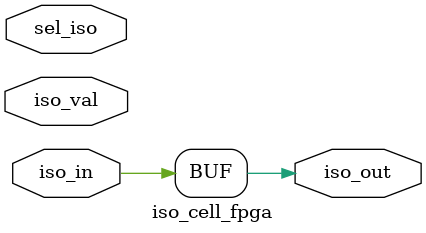
<source format=v>
module iso_cell_fpga (
	// VPERL: &PORTLIST;
	// VPERL_GENERATED_BEGIN
		  iso_in,   
		  iso_val,  
		  sel_iso,  
		  iso_out   
	// VPERL_GENERATED_END
);

input	iso_in;	
input	iso_val;
input	sel_iso;
output	iso_out;

wire	iso_out;

`ifdef NDS_FPGA
	assign iso_out = sel_iso ? iso_val : iso_in;
`else	// !NDS_FPGA
	assign iso_out = iso_in;
`endif // NDS_FPGA

endmodule

</source>
